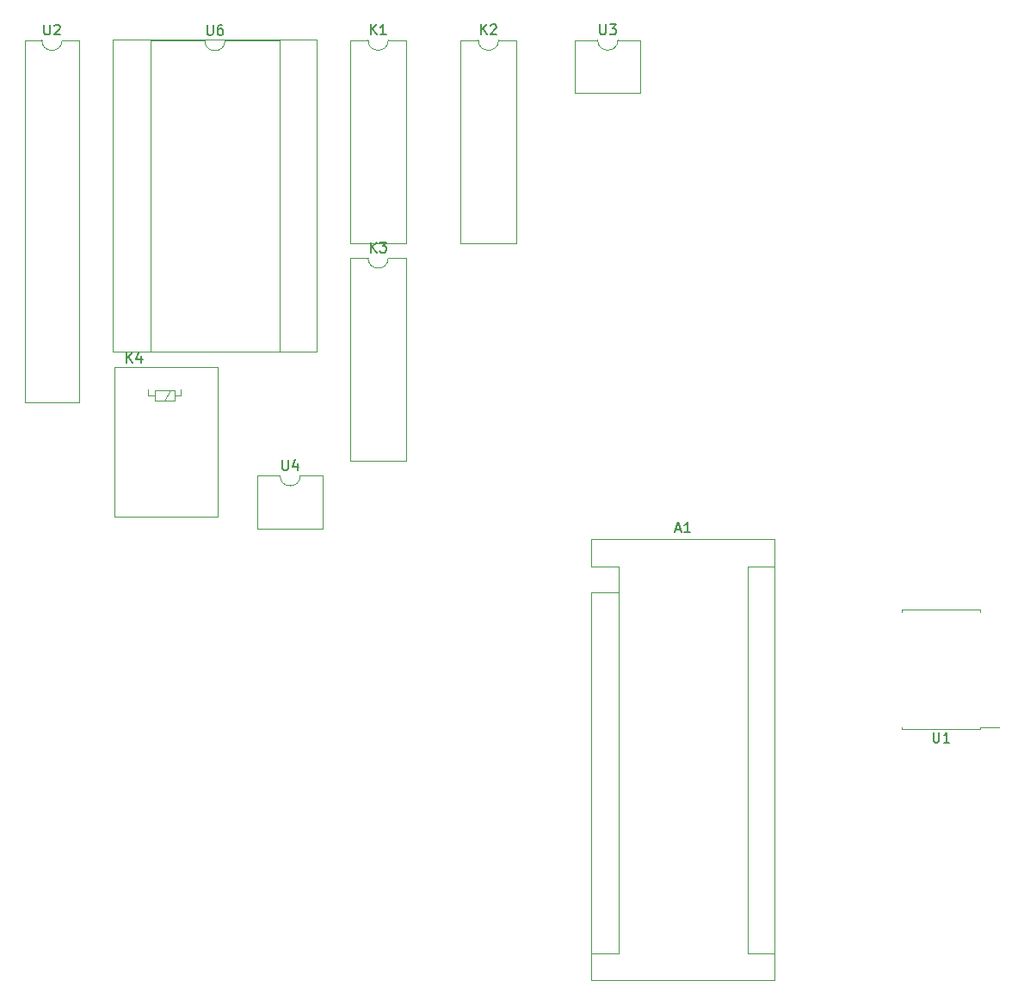
<source format=gbr>
%TF.GenerationSoftware,KiCad,Pcbnew,5.1.9-73d0e3b20d~88~ubuntu20.04.1*%
%TF.CreationDate,2021-03-12T19:43:36+02:00*%
%TF.ProjectId,hymRC,68796d52-432e-46b6-9963-61645f706362,rev?*%
%TF.SameCoordinates,Original*%
%TF.FileFunction,Legend,Top*%
%TF.FilePolarity,Positive*%
%FSLAX46Y46*%
G04 Gerber Fmt 4.6, Leading zero omitted, Abs format (unit mm)*
G04 Created by KiCad (PCBNEW 5.1.9-73d0e3b20d~88~ubuntu20.04.1) date 2021-03-12 19:43:36*
%MOMM*%
%LPD*%
G01*
G04 APERTURE LIST*
%ADD10C,0.120000*%
%ADD11C,0.150000*%
G04 APERTURE END LIST*
D10*
%TO.C,U6*%
X88295001Y-48535001D02*
G75*
G02*
X86295001Y-48535001I-1000000J0D01*
G01*
X86295001Y-48535001D02*
X80950001Y-48535001D01*
X80950001Y-48535001D02*
X80950001Y-79135001D01*
X80950001Y-79135001D02*
X93640001Y-79135001D01*
X93640001Y-79135001D02*
X93640001Y-48535001D01*
X93640001Y-48535001D02*
X88295001Y-48535001D01*
X77250001Y-48475001D02*
X77250001Y-79195001D01*
X77250001Y-79195001D02*
X97340001Y-79195001D01*
X97340001Y-79195001D02*
X97340001Y-48475001D01*
X97340001Y-48475001D02*
X77250001Y-48475001D01*
%TO.C,U4*%
X95695001Y-91385001D02*
G75*
G02*
X93695001Y-91385001I-1000000J0D01*
G01*
X93695001Y-91385001D02*
X91460001Y-91385001D01*
X91460001Y-91385001D02*
X91460001Y-96585001D01*
X91460001Y-96585001D02*
X97930001Y-96585001D01*
X97930001Y-96585001D02*
X97930001Y-91385001D01*
X97930001Y-91385001D02*
X95695001Y-91385001D01*
%TO.C,U3*%
X126945001Y-48485001D02*
G75*
G02*
X124945001Y-48485001I-1000000J0D01*
G01*
X124945001Y-48485001D02*
X122710001Y-48485001D01*
X122710001Y-48485001D02*
X122710001Y-53685001D01*
X122710001Y-53685001D02*
X129180001Y-53685001D01*
X129180001Y-53685001D02*
X129180001Y-48485001D01*
X129180001Y-48485001D02*
X126945001Y-48485001D01*
%TO.C,U2*%
X72255001Y-48505001D02*
G75*
G02*
X70255001Y-48505001I-1000000J0D01*
G01*
X70255001Y-48505001D02*
X68605001Y-48505001D01*
X68605001Y-48505001D02*
X68605001Y-84185001D01*
X68605001Y-84185001D02*
X73905001Y-84185001D01*
X73905001Y-84185001D02*
X73905001Y-48505001D01*
X73905001Y-48505001D02*
X72255001Y-48505001D01*
%TO.C,U1*%
X158750000Y-104605000D02*
X154890000Y-104605000D01*
X154890000Y-104605000D02*
X154890000Y-104850000D01*
X158750000Y-104605000D02*
X162610000Y-104605000D01*
X162610000Y-104605000D02*
X162610000Y-104850000D01*
X158750000Y-116375000D02*
X154890000Y-116375000D01*
X154890000Y-116375000D02*
X154890000Y-116130000D01*
X158750000Y-116375000D02*
X162610000Y-116375000D01*
X162610000Y-116375000D02*
X162610000Y-116130000D01*
X162610000Y-116130000D02*
X164425000Y-116130000D01*
%TO.C,K4*%
X77425001Y-95431001D02*
X77425001Y-80699001D01*
X77425001Y-80699001D02*
X87585001Y-80699001D01*
X87585001Y-80699001D02*
X87585001Y-95431001D01*
X87585001Y-95431001D02*
X77425001Y-95431001D01*
X82911001Y-82985001D02*
X82276001Y-84001001D01*
X80727001Y-82858001D02*
X80727001Y-83493001D01*
X80727001Y-83493001D02*
X81387001Y-83493001D01*
X83927001Y-82858001D02*
X83927001Y-83493001D01*
X83927001Y-83493001D02*
X83292001Y-83493001D01*
X83292001Y-82985001D02*
X81387001Y-82985001D01*
X81387001Y-82985001D02*
X81387001Y-84001001D01*
X81387001Y-84001001D02*
X83292001Y-84001001D01*
X83292001Y-82985001D02*
X83292001Y-84001001D01*
%TO.C,K3*%
X104355001Y-69945001D02*
G75*
G02*
X102355001Y-69945001I-1000000J0D01*
G01*
X102355001Y-69945001D02*
X100585001Y-69945001D01*
X100585001Y-69945001D02*
X100585001Y-89965001D01*
X100585001Y-89965001D02*
X106125001Y-89965001D01*
X106125001Y-89965001D02*
X106125001Y-69945001D01*
X106125001Y-69945001D02*
X104355001Y-69945001D01*
%TO.C,K2*%
X115205001Y-48495001D02*
G75*
G02*
X113205001Y-48495001I-1000000J0D01*
G01*
X113205001Y-48495001D02*
X111435001Y-48495001D01*
X111435001Y-48495001D02*
X111435001Y-68515001D01*
X111435001Y-68515001D02*
X116975001Y-68515001D01*
X116975001Y-68515001D02*
X116975001Y-48495001D01*
X116975001Y-48495001D02*
X115205001Y-48495001D01*
%TO.C,K1*%
X104355001Y-48495001D02*
G75*
G02*
X102355001Y-48495001I-1000000J0D01*
G01*
X102355001Y-48495001D02*
X100585001Y-48495001D01*
X100585001Y-48495001D02*
X100585001Y-68515001D01*
X100585001Y-68515001D02*
X106125001Y-68515001D01*
X106125001Y-68515001D02*
X106125001Y-48495001D01*
X106125001Y-48495001D02*
X104355001Y-48495001D01*
%TO.C,A1*%
X127000000Y-102870000D02*
X127000000Y-100330000D01*
X127000000Y-100330000D02*
X124330000Y-100330000D01*
X124330000Y-102870000D02*
X124330000Y-141100000D01*
X124330000Y-97660000D02*
X124330000Y-100330000D01*
X139700000Y-100330000D02*
X142370000Y-100330000D01*
X139700000Y-100330000D02*
X139700000Y-138430000D01*
X139700000Y-138430000D02*
X142370000Y-138430000D01*
X127000000Y-102870000D02*
X124330000Y-102870000D01*
X127000000Y-102870000D02*
X127000000Y-138430000D01*
X127000000Y-138430000D02*
X124330000Y-138430000D01*
X124330000Y-141100000D02*
X142370000Y-141100000D01*
X142370000Y-141100000D02*
X142370000Y-97660000D01*
X142370000Y-97660000D02*
X124330000Y-97660000D01*
%TO.C,U6*%
D11*
X86533096Y-46987381D02*
X86533096Y-47796905D01*
X86580715Y-47892143D01*
X86628334Y-47939762D01*
X86723572Y-47987381D01*
X86914048Y-47987381D01*
X87009286Y-47939762D01*
X87056905Y-47892143D01*
X87104524Y-47796905D01*
X87104524Y-46987381D01*
X88009286Y-46987381D02*
X87818810Y-46987381D01*
X87723572Y-47035001D01*
X87675953Y-47082620D01*
X87580715Y-47225477D01*
X87533096Y-47415953D01*
X87533096Y-47796905D01*
X87580715Y-47892143D01*
X87628334Y-47939762D01*
X87723572Y-47987381D01*
X87914048Y-47987381D01*
X88009286Y-47939762D01*
X88056905Y-47892143D01*
X88104524Y-47796905D01*
X88104524Y-47558810D01*
X88056905Y-47463572D01*
X88009286Y-47415953D01*
X87914048Y-47368334D01*
X87723572Y-47368334D01*
X87628334Y-47415953D01*
X87580715Y-47463572D01*
X87533096Y-47558810D01*
%TO.C,U4*%
X93933096Y-89837381D02*
X93933096Y-90646905D01*
X93980715Y-90742143D01*
X94028334Y-90789762D01*
X94123572Y-90837381D01*
X94314048Y-90837381D01*
X94409286Y-90789762D01*
X94456905Y-90742143D01*
X94504524Y-90646905D01*
X94504524Y-89837381D01*
X95409286Y-90170715D02*
X95409286Y-90837381D01*
X95171191Y-89789762D02*
X94933096Y-90504048D01*
X95552143Y-90504048D01*
%TO.C,U3*%
X125183096Y-46937381D02*
X125183096Y-47746905D01*
X125230715Y-47842143D01*
X125278334Y-47889762D01*
X125373572Y-47937381D01*
X125564048Y-47937381D01*
X125659286Y-47889762D01*
X125706905Y-47842143D01*
X125754524Y-47746905D01*
X125754524Y-46937381D01*
X126135477Y-46937381D02*
X126754524Y-46937381D01*
X126421191Y-47318334D01*
X126564048Y-47318334D01*
X126659286Y-47365953D01*
X126706905Y-47413572D01*
X126754524Y-47508810D01*
X126754524Y-47746905D01*
X126706905Y-47842143D01*
X126659286Y-47889762D01*
X126564048Y-47937381D01*
X126278334Y-47937381D01*
X126183096Y-47889762D01*
X126135477Y-47842143D01*
%TO.C,U2*%
X70493096Y-46957381D02*
X70493096Y-47766905D01*
X70540715Y-47862143D01*
X70588334Y-47909762D01*
X70683572Y-47957381D01*
X70874048Y-47957381D01*
X70969286Y-47909762D01*
X71016905Y-47862143D01*
X71064524Y-47766905D01*
X71064524Y-46957381D01*
X71493096Y-47052620D02*
X71540715Y-47005001D01*
X71635953Y-46957381D01*
X71874048Y-46957381D01*
X71969286Y-47005001D01*
X72016905Y-47052620D01*
X72064524Y-47147858D01*
X72064524Y-47243096D01*
X72016905Y-47385953D01*
X71445477Y-47957381D01*
X72064524Y-47957381D01*
%TO.C,U1*%
X157988095Y-116662380D02*
X157988095Y-117471904D01*
X158035714Y-117567142D01*
X158083333Y-117614761D01*
X158178571Y-117662380D01*
X158369047Y-117662380D01*
X158464285Y-117614761D01*
X158511904Y-117567142D01*
X158559523Y-117471904D01*
X158559523Y-116662380D01*
X159559523Y-117662380D02*
X158988095Y-117662380D01*
X159273809Y-117662380D02*
X159273809Y-116662380D01*
X159178571Y-116805238D01*
X159083333Y-116900476D01*
X158988095Y-116948095D01*
%TO.C,K4*%
X78591905Y-80262381D02*
X78591905Y-79262381D01*
X79163334Y-80262381D02*
X78734762Y-79690953D01*
X79163334Y-79262381D02*
X78591905Y-79833810D01*
X80020477Y-79595715D02*
X80020477Y-80262381D01*
X79782381Y-79214762D02*
X79544286Y-79929048D01*
X80163334Y-79929048D01*
%TO.C,K3*%
X102616905Y-69397381D02*
X102616905Y-68397381D01*
X103188334Y-69397381D02*
X102759762Y-68825953D01*
X103188334Y-68397381D02*
X102616905Y-68968810D01*
X103521667Y-68397381D02*
X104140715Y-68397381D01*
X103807381Y-68778334D01*
X103950239Y-68778334D01*
X104045477Y-68825953D01*
X104093096Y-68873572D01*
X104140715Y-68968810D01*
X104140715Y-69206905D01*
X104093096Y-69302143D01*
X104045477Y-69349762D01*
X103950239Y-69397381D01*
X103664524Y-69397381D01*
X103569286Y-69349762D01*
X103521667Y-69302143D01*
%TO.C,K2*%
X113466905Y-47947381D02*
X113466905Y-46947381D01*
X114038334Y-47947381D02*
X113609762Y-47375953D01*
X114038334Y-46947381D02*
X113466905Y-47518810D01*
X114419286Y-47042620D02*
X114466905Y-46995001D01*
X114562143Y-46947381D01*
X114800239Y-46947381D01*
X114895477Y-46995001D01*
X114943096Y-47042620D01*
X114990715Y-47137858D01*
X114990715Y-47233096D01*
X114943096Y-47375953D01*
X114371667Y-47947381D01*
X114990715Y-47947381D01*
%TO.C,K1*%
X102616905Y-47947381D02*
X102616905Y-46947381D01*
X103188334Y-47947381D02*
X102759762Y-47375953D01*
X103188334Y-46947381D02*
X102616905Y-47518810D01*
X104140715Y-47947381D02*
X103569286Y-47947381D01*
X103855001Y-47947381D02*
X103855001Y-46947381D01*
X103759762Y-47090239D01*
X103664524Y-47185477D01*
X103569286Y-47233096D01*
%TO.C,A1*%
X132635714Y-96686666D02*
X133111904Y-96686666D01*
X132540476Y-96972380D02*
X132873809Y-95972380D01*
X133207142Y-96972380D01*
X134064285Y-96972380D02*
X133492857Y-96972380D01*
X133778571Y-96972380D02*
X133778571Y-95972380D01*
X133683333Y-96115238D01*
X133588095Y-96210476D01*
X133492857Y-96258095D01*
%TD*%
M02*

</source>
